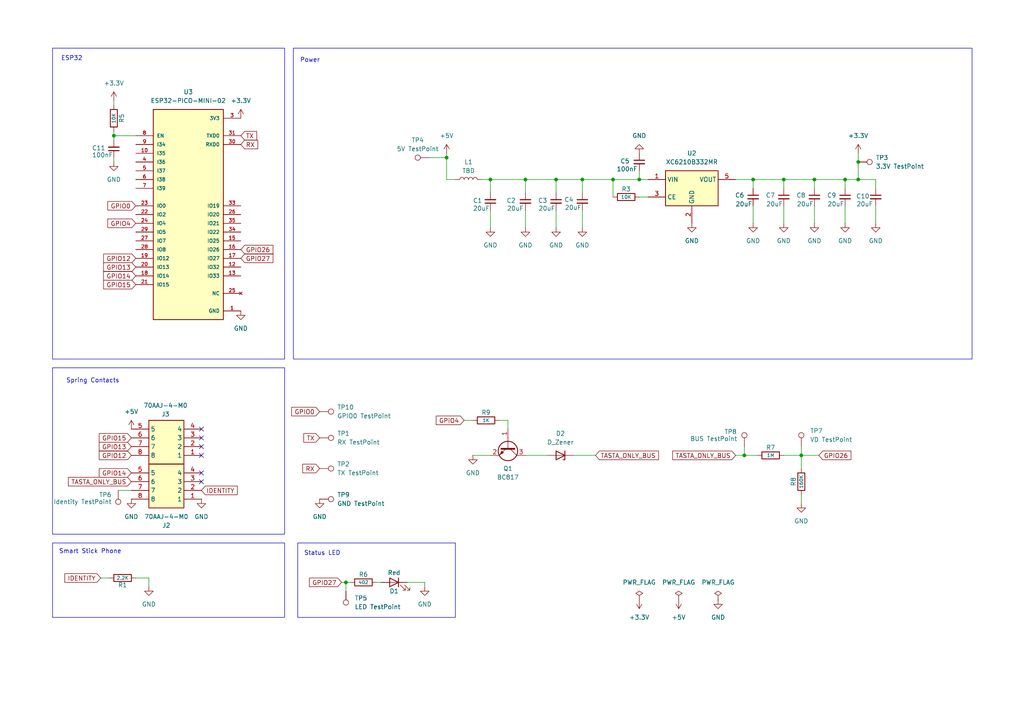
<source format=kicad_sch>
(kicad_sch (version 20250114) (generator "eeschema") (generator_version "9.0")
  (paper "A4")
  (lib_symbols
    (symbol "70AAJ:70AAJ-4-M0"
      (property "Reference" "J" (at 16.51 7.62 0))
      (property "Value" "70AAJ-4-M0" (at 16.51 5.08 0))
      (symbol "70AAJ-4-M0_1_1"
        (rectangle (start 5.08 2.54) (end 15.24 -10.16) (stroke (width 0.254)) (fill (type background)))
        (pin passive line (at 0 0 0) (length 5.08) (name "1") (number "1"))
        (pin passive line (at 0 -2.54 0) (length 5.08) (name "2") (number "2"))
        (pin passive line (at 0 -5.08 0) (length 5.08) (name "3") (number "3"))
        (pin passive line (at 0 -7.62 0) (length 5.08) (name "4") (number "4"))
        (pin passive line (at 20.32 0 180) (length 5.08) (name "8") (number "8"))
        (pin passive line (at 20.32 -2.54 180) (length 5.08) (name "7") (number "7"))
        (pin passive line (at 20.32 -5.08 180) (length 5.08) (name "6") (number "6"))
        (pin passive line (at 20.32 -7.62 180) (length 5.08) (name "5") (number "5"))
      )
    )
    (symbol "Connector:TestPoint" (pin_numbers (hide yes)) (pin_names (offset 0.762) (hide yes))
      (property "Reference" "TP" (at 0 6.858 0))
      (property "Value" "TestPoint" (at 0 5.08 0))
      (symbol "TestPoint_0_1"
        (circle (center 0 3.302) (radius 0.762))
      )
      (symbol "TestPoint_1_1"
        (pin passive line (at 0 0 90) (length 2.54) (name "1") (number "1"))
      )
    )
    (symbol "Device:C_Small" (pin_numbers (hide yes)) (pin_names (offset 0.254) (hide yes))
      (property "Reference" "C" (at 0.254 1.778 0))
      (property "Value" "C_Small" (at 0.254 -2.032 0))
      (symbol "C_Small_0_1"
        (polyline (pts (xy -1.524 0.508) (xy 1.524 0.508)) (stroke (width 0.3048)))
        (polyline (pts (xy -1.524 -0.508) (xy 1.524 -0.508)) (stroke (width 0.3302)))
      )
      (symbol "C_Small_1_1"
        (pin passive line (at 0 2.54 270) (length 2.032) (name "~") (number "1"))
        (pin passive line (at 0 -2.54 90) (length 2.032) (name "~") (number "2"))
      )
    )
    (symbol "Device:D_Zener" (pin_numbers (hide yes)) (pin_names (offset 1.016) (hide yes))
      (property "Reference" "D" (at 0 2.54 0))
      (property "Value" "D_Zener" (at 0 -2.54 0))
      (symbol "D_Zener_0_1"
        (polyline (pts (xy -1.27 -1.27) (xy -1.27 1.27) (xy -0.762 1.27)) (stroke (width 0.254)))
        (polyline (pts (xy 1.27 0) (xy -1.27 0)))
        (polyline (pts (xy 1.27 -1.27) (xy 1.27 1.27) (xy -1.27 0) (xy 1.27 -1.27)) (stroke (width 0.254)))
      )
      (symbol "D_Zener_1_1"
        (pin passive line (at -3.81 0 0) (length 2.54) (name "K") (number "1"))
        (pin passive line (at 3.81 0 180) (length 2.54) (name "A") (number "2"))
      )
    )
    (symbol "Device:L" (pin_numbers (hide yes)) (pin_names (offset 1.016) (hide yes))
      (property "Reference" "L" (at -1.27 0 90))
      (property "Value" "L" (at 1.905 0 90))
      (symbol "L_0_1"
        (arc (start 0 2.54) (mid 0.6323 1.905) (end 0 1.27))
        (arc (start 0 1.27) (mid 0.6323 0.635) (end 0 0))
        (arc (start 0 0) (mid 0.6323 -0.635) (end 0 -1.27))
        (arc (start 0 -1.27) (mid 0.6323 -1.905) (end 0 -2.54))
      )
      (symbol "L_1_1"
        (pin passive line (at 0 3.81 270) (length 1.27) (name "1") (number "1"))
        (pin passive line (at 0 -3.81 90) (length 1.27) (name "2") (number "2"))
      )
    )
    (symbol "Device:LED" (pin_numbers (hide yes)) (pin_names (offset 1.016) (hide yes))
      (property "Reference" "D" (at 0 2.54 0))
      (property "Value" "LED" (at 0 -2.54 0))
      (symbol "LED_0_1"
        (polyline (pts (xy -3.048 -0.762) (xy -4.572 -2.286) (xy -3.81 -2.286) (xy -4.572 -2.286) (xy -4.572 -1.524)))
        (polyline (pts (xy -1.778 -0.762) (xy -3.302 -2.286) (xy -2.54 -2.286) (xy -3.302 -2.286) (xy -3.302 -1.524)))
        (polyline (pts (xy -1.27 0) (xy 1.27 0)))
        (polyline (pts (xy -1.27 -1.27) (xy -1.27 1.27)) (stroke (width 0.254)))
        (polyline (pts (xy 1.27 -1.27) (xy 1.27 1.27) (xy -1.27 0) (xy 1.27 -1.27)) (stroke (width 0.254)))
      )
      (symbol "LED_1_1"
        (pin passive line (at -3.81 0 0) (length 2.54) (name "K") (number "1"))
        (pin passive line (at 3.81 0 180) (length 2.54) (name "A") (number "2"))
      )
    )
    (symbol "Device:R" (pin_numbers (hide yes)) (pin_names (offset 0))
      (property "Reference" "R" (at 2.032 0 90))
      (property "Value" "R" (at 0 0 90))
      (symbol "R_0_1"
        (rectangle (start -1.016 -2.54) (end 1.016 2.54) (stroke (width 0.254)))
      )
      (symbol "R_1_1"
        (pin passive line (at 0 3.81 270) (length 1.27) (name "~") (number "1"))
        (pin passive line (at 0 -3.81 90) (length 1.27) (name "~") (number "2"))
      )
    )
    (symbol "ESP32-PICO-MINI:ESP32-PICO-MINI-02" (pin_names (offset 1.016))
      (property "Reference" "U" (at -10.16 33.02 0))
      (property "Value" "ESP32-PICO-MINI-02" (at -10.16 -33.02 0))
      (symbol "ESP32-PICO-MINI-02_0_0"
        (rectangle (start -10.16 -30.48) (end 10.16 30.48) (stroke (width 0.254)) (fill (type background)))
        (pin input line (at -15.24 22.86 0) (length 5.08) (name "EN") (number "8"))
        (pin input line (at -15.24 20.32 0) (length 5.08) (name "I34") (number "9"))
        (pin input line (at -15.24 17.78 0) (length 5.08) (name "I35") (number "10"))
        (pin input line (at -15.24 15.24 0) (length 5.08) (name "I36") (number "4"))
        (pin input line (at -15.24 12.7 0) (length 5.08) (name "I37") (number "5"))
        (pin input line (at -15.24 10.16 0) (length 5.08) (name "I38") (number "6"))
        (pin input line (at -15.24 7.62 0) (length 5.08) (name "I39") (number "7"))
        (pin bidirectional line (at -15.24 2.54 0) (length 5.08) (name "IO0") (number "23"))
        (pin bidirectional line (at -15.24 0 0) (length 5.08) (name "IO2") (number "22"))
        (pin bidirectional line (at -15.24 -2.54 0) (length 5.08) (name "IO4") (number "24"))
        (pin bidirectional line (at -15.24 -5.08 0) (length 5.08) (name "IO5") (number "29"))
        (pin bidirectional line (at -15.24 -7.62 0) (length 5.08) (name "IO7") (number "27"))
        (pin bidirectional line (at -15.24 -10.16 0) (length 5.08) (name "IO8") (number "28"))
        (pin bidirectional line (at -15.24 -12.7 0) (length 5.08) (name "IO12") (number "19"))
        (pin bidirectional line (at -15.24 -15.24 0) (length 5.08) (name "IO13") (number "20"))
        (pin bidirectional line (at -15.24 -17.78 0) (length 5.08) (name "IO14") (number "18"))
        (pin bidirectional line (at -15.24 -20.32 0) (length 5.08) (name "IO15") (number "21"))
        (pin power_in line (at 15.24 27.94 180) (length 5.08) (name "3V3") (number "3"))
        (pin bidirectional line (at 15.24 22.86 180) (length 5.08) (name "TXD0") (number "31"))
        (pin bidirectional line (at 15.24 20.32 180) (length 5.08) (name "RXD0") (number "30"))
        (pin bidirectional line (at 15.24 2.54 180) (length 5.08) (name "IO19") (number "33"))
        (pin bidirectional line (at 15.24 0 180) (length 5.08) (name "IO20") (number "26"))
        (pin bidirectional line (at 15.24 -2.54 180) (length 5.08) (name "IO21") (number "35"))
        (pin bidirectional line (at 15.24 -5.08 180) (length 5.08) (name "IO22") (number "34"))
        (pin bidirectional line (at 15.24 -7.62 180) (length 5.08) (name "IO25") (number "15"))
        (pin bidirectional line (at 15.24 -10.16 180) (length 5.08) (name "IO26") (number "16"))
        (pin bidirectional line (at 15.24 -12.7 180) (length 5.08) (name "IO27") (number "17"))
        (pin bidirectional line (at 15.24 -15.24 180) (length 5.08) (name "IO32") (number "12"))
        (pin bidirectional line (at 15.24 -17.78 180) (length 5.08) (name "IO33") (number "13"))
        (pin no_connect line (at 15.24 -22.86 180) (length 5.08) (name "NC") (number "25"))
        (pin no_connect line (at 15.24 -22.86 180) (length 5.08) (hide yes) (name "NC") (number "32"))
        (pin power_in line (at 15.24 -27.94 180) (length 5.08) (name "GND") (number "1"))
        (pin power_in line (at 15.24 -27.94 180) (length 5.08) (hide yes) (name "GND") (number "11"))
        (pin power_in line (at 15.24 -27.94 180) (length 5.08) (hide yes) (name "GND") (number "14"))
        (pin power_in line (at 15.24 -27.94 180) (length 5.08) (hide yes) (name "GND") (number "2"))
        (pin power_in line (at 15.24 -27.94 180) (length 5.08) (hide yes) (name "GND") (number "36"))
        (pin power_in line (at 15.24 -27.94 180) (length 5.08) (hide yes) (name "GND") (number "37"))
        (pin power_in line (at 15.24 -27.94 180) (length 5.08) (hide yes) (name "GND") (number "38"))
        (pin power_in line (at 15.24 -27.94 180) (length 5.08) (hide yes) (name "GND") (number "39"))
        (pin power_in line (at 15.24 -27.94 180) (length 5.08) (hide yes) (name "GND") (number "40"))
        (pin power_in line (at 15.24 -27.94 180) (length 5.08) (hide yes) (name "GND") (number "41"))
        (pin power_in line (at 15.24 -27.94 180) (length 5.08) (hide yes) (name "GND") (number "42"))
        (pin power_in line (at 15.24 -27.94 180) (length 5.08) (hide yes) (name "GND") (number "43"))
        (pin power_in line (at 15.24 -27.94 180) (length 5.08) (hide yes) (name "GND") (number "44"))
        (pin power_in line (at 15.24 -27.94 180) (length 5.08) (hide yes) (name "GND") (number "45"))
        (pin power_in line (at 15.24 -27.94 180) (length 5.08) (hide yes) (name "GND") (number "46"))
        (pin power_in line (at 15.24 -27.94 180) (length 5.08) (hide yes) (name "GND") (number "47"))
        (pin power_in line (at 15.24 -27.94 180) (length 5.08) (hide yes) (name "GND") (number "48"))
        (pin power_in line (at 15.24 -27.94 180) (length 5.08) (hide yes) (name "GND") (number "49"))
        (pin power_in line (at 15.24 -27.94 180) (length 5.08) (hide yes) (name "GND") (number "50"))
        (pin power_in line (at 15.24 -27.94 180) (length 5.08) (hide yes) (name "GND") (number "51"))
        (pin power_in line (at 15.24 -27.94 180) (length 5.08) (hide yes) (name "GND") (number "52"))
        (pin power_in line (at 15.24 -27.94 180) (length 5.08) (hide yes) (name "GND") (number "53"))
        (pin power_in line (at 15.24 -27.94 180) (length 5.08) (hide yes) (name "GND") (number "54"))
        (pin power_in line (at 15.24 -27.94 180) (length 5.08) (hide yes) (name "GND") (number "55"))
        (pin power_in line (at 15.24 -27.94 180) (length 5.08) (hide yes) (name "GND") (number "56"))
        (pin power_in line (at 15.24 -27.94 180) (length 5.08) (hide yes) (name "GND") (number "57"))
        (pin power_in line (at 15.24 -27.94 180) (length 5.08) (hide yes) (name "GND") (number "58"))
        (pin power_in line (at 15.24 -27.94 180) (length 5.08) (hide yes) (name "GND") (number "59"))
        (pin power_in line (at 15.24 -27.94 180) (length 5.08) (hide yes) (name "GND") (number "60"))
        (pin power_in line (at 15.24 -27.94 180) (length 5.08) (hide yes) (name "GND") (number "61"))
      )
    )
    (symbol "Regulator_Linear:XC6210B332MR"
      (property "Reference" "U" (at 0 8.89 0))
      (property "Value" "XC6210B332MR" (at 0 6.35 0))
      (symbol "XC6210B332MR_0_1"
        (rectangle (start -7.62 5.08) (end 7.62 -5.08) (stroke (width 0.254)) (fill (type background)))
      )
      (symbol "XC6210B332MR_1_1"
        (pin power_in line (at -12.7 2.54 0) (length 5.08) (name "VIN") (number "1"))
        (pin input line (at -12.7 -2.54 0) (length 5.08) (name "CE") (number "3"))
        (pin power_in line (at 0 -10.16 90) (length 5.08) (name "GND") (number "2"))
        (pin no_connect line (at 7.62 -2.54 180) (length 5.08) (hide yes) (name "NC") (number "4"))
        (pin power_out line (at 12.7 2.54 180) (length 5.08) (name "VOUT") (number "5"))
      )
    )
    (symbol "Transistor_BJT:BC817" (pin_names (offset 0) (hide yes))
      (property "Reference" "Q" (at 5.08 1.905 0))
      (property "Value" "BC817" (at 5.08 0 0))
      (symbol "BC817_0_1"
        (polyline (pts (xy -2.54 0) (xy 0.635 0)))
        (polyline (pts (xy 0.635 1.905) (xy 0.635 -1.905)) (stroke (width 0.508)))
        (circle (center 1.27 0) (radius 2.8194) (stroke (width 0.254)))
      )
      (symbol "BC817_1_1"
        (polyline (pts (xy 0.635 0.635) (xy 2.54 2.54)))
        (polyline (pts (xy 0.635 -0.635) (xy 2.54 -2.54)))
        (polyline (pts (xy 1.27 -1.778) (xy 1.778 -1.27) (xy 2.286 -2.286) (xy 1.27 -1.778)) (fill (type outline)))
        (pin input line (at -5.08 0 0) (length 2.54) (name "B") (number "1"))
        (pin passive line (at 2.54 5.08 270) (length 2.54) (name "C") (number "3"))
        (pin passive line (at 2.54 -5.08 90) (length 2.54) (name "E") (number "2"))
      )
    )
    (symbol "power:+3.3V" (power) (pin_numbers (hide yes)) (pin_names (offset 0) (hide yes))
      (property "Value" "+3.3V" (at 0 3.556 0))
      (symbol "+3.3V_0_1"
        (polyline (pts (xy -0.762 1.27) (xy 0 2.54)))
        (polyline (pts (xy 0 2.54) (xy 0.762 1.27)))
        (polyline (pts (xy 0 0) (xy 0 2.54)))
      )
      (symbol "+3.3V_1_1"
        (pin power_in line (at 0 0 90) (length 0) (name "~") (number "1"))
      )
    )
    (symbol "power:+5V" (power) (pin_numbers (hide yes)) (pin_names (offset 0) (hide yes))
      (property "Value" "+5V" (at 0 3.556 0))
      (symbol "+5V_0_1"
        (polyline (pts (xy -0.762 1.27) (xy 0 2.54)))
        (polyline (pts (xy 0 2.54) (xy 0.762 1.27)))
        (polyline (pts (xy 0 0) (xy 0 2.54)))
      )
      (symbol "+5V_1_1"
        (pin power_in line (at 0 0 90) (length 0) (name "~") (number "1"))
      )
    )
    (symbol "power:GND" (power) (pin_numbers (hide yes)) (pin_names (offset 0) (hide yes))
      (property "Value" "GND" (at 0 -3.81 0))
      (symbol "GND_0_1"
        (polyline (pts (xy 0 0) (xy 0 -1.27) (xy 1.27 -1.27) (xy 0 -2.54) (xy -1.27 -1.27) (xy 0 -1.27)))
      )
      (symbol "GND_1_1"
        (pin power_in line (at 0 0 270) (length 0) (name "~") (number "1"))
      )
    )
    (symbol "power:PWR_FLAG" (power) (pin_numbers (hide yes)) (pin_names (offset 0) (hide yes))
      (property "Value" "PWR_FLAG" (at 0 3.81 0))
      (symbol "PWR_FLAG_0_0"
        (pin power_out line (at 0 0 90) (length 0) (name "~") (number "1"))
      )
      (symbol "PWR_FLAG_0_1"
        (polyline (pts (xy 0 0) (xy 0 1.27) (xy -1.016 1.905) (xy 0 2.54) (xy 1.016 1.905) (xy 0 1.27)))
      )
    )
  )
  (rectangle (start 15.24 13.97) (end 82.55 104.14))
  (rectangle (start 15.24 157.48) (end 82.55 179.07))
  (rectangle (start 85.09 13.97) (end 281.94 104.14))
  (rectangle (start 15.24 106.68) (end 82.55 154.94))
  (rectangle (start 86.36 157.48) (end 132.08 179.07))
  (text "Spring Contacts" (at 26.924 110.49 0) (effects (font (size 1.27 1.27))))
  (text "ESP32" (at 20.828 17.018 0) (effects (font (size 1.27 1.27))))
  (text "Smart Stick Phone" (at 26.162 160.02 0) (effects (font (size 1.27 1.27))))
  (text "Status LED" (at 93.472 160.528 0) (effects (font (size 1.27 1.27))))
  (text "Power" (at 89.916 17.526 0) (effects (font (size 1.27 1.27))))
  (junction (at 142.24 52.07))
  (junction (at 161.29 52.07))
  (junction (at 245.11 52.07))
  (junction (at 248.92 46.99))
  (junction (at 177.8 52.07))
  (junction (at 236.22 52.07))
  (junction (at 168.91 52.07))
  (junction (at 218.44 52.07))
  (junction (at 215.9 132.08))
  (junction (at 152.4 52.07))
  (junction (at 100.33 168.91))
  (junction (at 129.54 45.72))
  (junction (at 33.02 39.37))
  (junction (at 227.33 52.07))
  (junction (at 248.92 52.07))
  (junction (at 185.42 52.07))
  (junction (at 232.41 132.08))
  (no_connect (at 58.42 124.46))
  (no_connect (at 58.42 129.54))
  (no_connect (at 58.42 137.16))
  (no_connect (at 58.42 127))
  (no_connect (at 58.42 139.7))
  (no_connect (at 58.42 132.08))
  (wire (pts (xy 168.91 66.04) (xy 168.91 60.96)))
  (wire (pts (xy 152.4 52.07) (xy 161.29 52.07)))
  (wire (pts (xy 245.11 52.07) (xy 236.22 52.07)))
  (wire (pts (xy 227.33 52.07) (xy 218.44 52.07)))
  (wire (pts (xy 236.22 52.07) (xy 227.33 52.07)))
  (wire (pts (xy 33.02 46.99) (xy 33.02 45.72)))
  (wire (pts (xy 218.44 54.61) (xy 218.44 52.07)))
  (wire (pts (xy 177.8 52.07) (xy 185.42 52.07)))
  (wire (pts (xy 245.11 52.07) (xy 248.92 52.07)))
  (wire (pts (xy 152.4 52.07) (xy 152.4 55.88)))
  (wire (pts (xy 227.33 59.69) (xy 227.33 64.77)))
  (wire (pts (xy 254 52.07) (xy 248.92 52.07)))
  (wire (pts (xy 185.42 52.07) (xy 187.96 52.07)))
  (wire (pts (xy 232.41 132.08) (xy 237.49 132.08)))
  (wire (pts (xy 227.33 132.08) (xy 232.41 132.08)))
  (wire (pts (xy 236.22 59.69) (xy 236.22 64.77)))
  (wire (pts (xy 254 59.69) (xy 254 64.77)))
  (wire (pts (xy 218.44 52.07) (xy 213.36 52.07)))
  (wire (pts (xy 142.24 52.07) (xy 142.24 55.88)))
  (wire (pts (xy 177.8 52.07) (xy 177.8 57.15)))
  (wire (pts (xy 29.21 167.64) (xy 31.75 167.64)))
  (wire (pts (xy 129.54 52.07) (xy 132.08 52.07)))
  (wire (pts (xy 147.32 121.92) (xy 147.32 124.46)))
  (wire (pts (xy 33.02 39.37) (xy 39.37 39.37)))
  (wire (pts (xy 33.02 29.21) (xy 33.02 30.48)))
  (wire (pts (xy 218.44 64.77) (xy 218.44 59.69)))
  (wire (pts (xy 166.37 132.08) (xy 172.72 132.08)))
  (wire (pts (xy 168.91 55.88) (xy 168.91 52.07)))
  (wire (pts (xy 33.02 38.1) (xy 33.02 39.37)))
  (wire (pts (xy 100.33 168.91) (xy 101.6 168.91)))
  (wire (pts (xy 123.19 168.91) (xy 118.11 168.91)))
  (wire (pts (xy 161.29 66.04) (xy 161.29 60.96)))
  (wire (pts (xy 142.24 66.04) (xy 142.24 60.96)))
  (wire (pts (xy 33.02 40.64) (xy 33.02 39.37)))
  (wire (pts (xy 137.16 132.08) (xy 142.24 132.08)))
  (wire (pts (xy 142.24 52.07) (xy 152.4 52.07)))
  (wire (pts (xy 227.33 54.61) (xy 227.33 52.07)))
  (wire (pts (xy 248.92 46.99) (xy 248.92 52.07)))
  (wire (pts (xy 248.92 44.45) (xy 248.92 46.99)))
  (wire (pts (xy 254 54.61) (xy 254 52.07)))
  (wire (pts (xy 129.54 45.72) (xy 129.54 52.07)))
  (wire (pts (xy 215.9 129.54) (xy 215.9 132.08)))
  (wire (pts (xy 129.54 44.45) (xy 129.54 45.72)))
  (wire (pts (xy 215.9 132.08) (xy 219.71 132.08)))
  (wire (pts (xy 245.11 54.61) (xy 245.11 52.07)))
  (wire (pts (xy 124.46 45.72) (xy 129.54 45.72)))
  (wire (pts (xy 236.22 54.61) (xy 236.22 52.07)))
  (wire (pts (xy 109.22 168.91) (xy 110.49 168.91)))
  (wire (pts (xy 232.41 132.08) (xy 232.41 135.89)))
  (wire (pts (xy 43.18 167.64) (xy 39.37 167.64)))
  (wire (pts (xy 161.29 55.88) (xy 161.29 52.07)))
  (wire (pts (xy 99.06 168.91) (xy 100.33 168.91)))
  (wire (pts (xy 34.29 142.24) (xy 38.1 142.24)))
  (wire (pts (xy 134.62 121.92) (xy 137.16 121.92)))
  (wire (pts (xy 185.42 49.53) (xy 185.42 52.07)))
  (wire (pts (xy 43.18 170.18) (xy 43.18 167.64)))
  (wire (pts (xy 152.4 66.04) (xy 152.4 60.96)))
  (wire (pts (xy 168.91 52.07) (xy 177.8 52.07)))
  (wire (pts (xy 185.42 57.15) (xy 187.96 57.15)))
  (wire (pts (xy 232.41 146.05) (xy 232.41 143.51)))
  (wire (pts (xy 100.33 171.45) (xy 100.33 168.91)))
  (wire (pts (xy 142.24 52.07) (xy 139.7 52.07)))
  (wire (pts (xy 161.29 52.07) (xy 168.91 52.07)))
  (wire (pts (xy 213.36 132.08) (xy 215.9 132.08)))
  (wire (pts (xy 144.78 121.92) (xy 147.32 121.92)))
  (wire (pts (xy 245.11 59.69) (xy 245.11 64.77)))
  (wire (pts (xy 232.41 129.54) (xy 232.41 132.08)))
  (wire (pts (xy 152.4 132.08) (xy 158.75 132.08)))
  (wire (pts (xy 123.19 170.18) (xy 123.19 168.91)))
  (global_label "GPIO14" (shape input) (at 38.1 137.16 180) (property "Intersheetrefs" "${INTERSHEET_REFS}" (effects (hide yes))))
  (global_label "TASTA_ONLY_BUS" (shape input) (at 38.1 139.7 180) (property "Intersheetrefs" "${INTERSHEET_REFS}" (effects (hide yes))))
  (global_label "GPIO15" (shape input) (at 38.1 127 180) (property "Intersheetrefs" "${INTERSHEET_REFS}" (effects (hide yes))))
  (global_label "RX" (shape input) (at 92.71 135.89 180) (property "Intersheetrefs" "${INTERSHEET_REFS}" (effects (hide yes))))
  (global_label "TASTA_ONLY_BUS" (shape input) (at 213.36 132.08 180) (property "Intersheetrefs" "${INTERSHEET_REFS}" (effects (hide yes))))
  (global_label "GPIO13" (shape input) (at 38.1 129.54 180) (property "Intersheetrefs" "${INTERSHEET_REFS}" (effects (hide yes))))
  (global_label "IDENTITY" (shape input) (at 58.42 142.24 0) (property "Intersheetrefs" "${INTERSHEET_REFS}" (effects (hide yes))))
  (global_label "GPIO4" (shape input) (at 134.62 121.92 180) (property "Intersheetrefs" "${INTERSHEET_REFS}" (effects (hide yes))))
  (global_label "IDENTITY" (shape input) (at 29.21 167.64 180) (property "Intersheetrefs" "${INTERSHEET_REFS}" (effects (hide yes))))
  (global_label "GPIO27" (shape input) (at 99.06 168.91 180) (property "Intersheetrefs" "${INTERSHEET_REFS}" (effects (hide yes))))
  (global_label "GPIO12" (shape input) (at 39.37 74.93 180) (property "Intersheetrefs" "${INTERSHEET_REFS}" (effects (hide yes))))
  (global_label "TASTA_ONLY_BUS" (shape input) (at 172.72 132.08 0) (property "Intersheetrefs" "${INTERSHEET_REFS}" (effects (hide yes))))
  (global_label "GPIO13" (shape input) (at 39.37 77.47 180) (property "Intersheetrefs" "${INTERSHEET_REFS}" (effects (hide yes))))
  (global_label "TX" (shape input) (at 92.71 127 180) (property "Intersheetrefs" "${INTERSHEET_REFS}" (effects (hide yes))))
  (global_label "RX" (shape input) (at 69.85 41.91 0) (property "Intersheetrefs" "${INTERSHEET_REFS}" (effects (hide yes))))
  (global_label "GPIO12" (shape input) (at 38.1 132.08 180) (property "Intersheetrefs" "${INTERSHEET_REFS}" (effects (hide yes))))
  (global_label "GPIO26" (shape input) (at 237.49 132.08 0) (property "Intersheetrefs" "${INTERSHEET_REFS}" (effects (hide yes))))
  (global_label "TX" (shape input) (at 69.85 39.37 0) (property "Intersheetrefs" "${INTERSHEET_REFS}" (effects (hide yes))))
  (global_label "GPIO27" (shape input) (at 69.85 74.93 0) (property "Intersheetrefs" "${INTERSHEET_REFS}" (effects (hide yes))))
  (global_label "GPIO15" (shape input) (at 39.37 82.55 180) (property "Intersheetrefs" "${INTERSHEET_REFS}" (effects (hide yes))))
  (global_label "GPIO0" (shape input) (at 39.37 59.69 180) (property "Intersheetrefs" "${INTERSHEET_REFS}" (effects (hide yes))))
  (global_label "GPIO0" (shape input) (at 92.71 119.38 180) (property "Intersheetrefs" "${INTERSHEET_REFS}" (effects (hide yes))))
  (global_label "GPIO26" (shape input) (at 69.85 72.39 0) (property "Intersheetrefs" "${INTERSHEET_REFS}" (effects (hide yes))))
  (global_label "GPIO14" (shape input) (at 39.37 80.01 180) (property "Intersheetrefs" "${INTERSHEET_REFS}" (effects (hide yes))))
  (global_label "GPIO4" (shape input) (at 39.37 64.77 180) (property "Intersheetrefs" "${INTERSHEET_REFS}" (effects (hide yes))))
  (symbol (lib_id "Device:C_Small") (at 33.02 43.18 180) (unit 1)
    (property "Reference" "C11" (at 26.67 42.926 0) (effects (justify right)))
    (property "Value" "100nF" (at 26.67 44.958 0) (effects (justify right)))
    (property "Footprint" "Capacitor_SMD:C_0402_1005Metric" (effects (hide yes)))
    (property "Description" "100nF 16V X7R ±10% 0402 Multilayer Ceramic Capacitors MLCC - SMD/SMT ROHS" (effects (hide yes)))
    (property "LCSC" "C1525" (effects (hide yes)))
  )
  (symbol (lib_id "power:GND") (at 123.19 170.18 0) (unit 1)
    (property "Reference" "#PWR07" (effects (hide yes)))
    (property "Value" "GND" (at 123.19 175.26 0))
    (property "Description" "Power symbol creates a global label with name \"GND\" , ground" (effects (hide yes)))
  )
  (symbol (lib_id "Device:C_Small") (at 161.29 58.42 0) (unit 1)
    (property "Reference" "C3" (at 158.75 58.166 0) (effects (justify right)))
    (property "Value" "20uF" (at 161.036 60.452 0) (effects (justify right)))
    (property "Footprint" "Capacitor_SMD:C_0603_1608Metric" (effects (hide yes)))
    (property "Description" "Unpolarized capacitor, small symbol" (effects (hide yes)))
    (property "LCSC" "C59461" (effects (hide yes)))
  )
  (symbol (lib_id "power:GND") (at 218.44 64.77 0) (unit 1)
    (property "Reference" "#PWR018" (effects (hide yes)))
    (property "Value" "GND" (at 218.44 69.85 0))
    (property "Description" "Power symbol creates a global label with name \"GND\" , ground" (effects (hide yes)))
  )
  (symbol (lib_id "power:GND") (at 152.4 66.04 0) (unit 1)
    (property "Reference" "#PWR013" (effects (hide yes)))
    (property "Value" "GND" (at 152.4 71.12 0))
    (property "Description" "Power symbol creates a global label with name \"GND\" , ground" (effects (hide yes)))
  )
  (symbol (lib_id "Connector:TestPoint") (at 34.29 142.24 180) (unit 1) (in_bom no)
    (property "Reference" "TP6" (at 28.702 143.51 0) (effects (justify right)))
    (property "Value" "Identity TestPoint" (at 15.494 145.542 0) (effects (justify right)))
    (property "Footprint" "TestPoint:TestPoint_Pad_D1.0mm" (effects (hide yes)))
    (property "Description" "test point" (effects (hide yes)))
  )
  (symbol (lib_id "power:+5V") (at 129.54 44.45 0) (unit 1)
    (property "Reference" "#PWR011" (effects (hide yes)))
    (property "Value" "+5V" (at 129.54 39.37 0))
    (property "Description" "Power symbol creates a global label with name \"+5V\"" (effects (hide yes)))
  )
  (symbol (lib_id "power:GND") (at 137.16 132.08 0) (unit 1)
    (property "Reference" "#PWR027" (effects (hide yes)))
    (property "Value" "GND" (at 137.16 137.16 0))
    (property "Description" "Power symbol creates a global label with name \"GND\" , ground" (effects (hide yes)))
  )
  (symbol (lib_id "Device:R") (at 33.02 34.29 0) (unit 1)
    (property "Reference" "R5" (at 35.306 34.29 90))
    (property "Value" "10K" (at 33.02 34.29 90) (effects (font (size 1 1))))
    (property "Footprint" "Resistor_SMD:R_0402_1005Metric" (effects (hide yes)))
    (property "Description" "-55℃~+155℃ 10kΩ 50V 62.5mW Thick Film Resistor ±1% ±100ppm/℃ 0402 Chip Resistor - Surface Mount ROHS" (effects (hide yes)))
    (property "LCSC" "C25744" (effects (hide yes)))
  )
  (symbol (lib_id "Device:D_Zener") (at 162.56 132.08 180) (unit 1)
    (property "Reference" "D2" (at 162.56 125.73 0))
    (property "Value" "D_Zener" (at 162.56 128.27 0))
    (property "Footprint" "Diode_SMD:D_1206_3216Metric" (effects (hide yes)))
    (property "Description" "Zener diode" (effects (hide yes)))
  )
  (symbol (lib_id "Device:C_Small") (at 218.44 57.15 0) (unit 1)
    (property "Reference" "C6" (at 215.9 56.642 0) (effects (justify right)))
    (property "Value" "20uF" (at 218.186 59.182 0) (effects (justify right)))
    (property "Footprint" "Capacitor_SMD:C_0603_1608Metric" (effects (hide yes)))
    (property "Description" "Unpolarized capacitor, small symbol" (effects (hide yes)))
    (property "LCSC" "C59461" (effects (hide yes)))
  )
  (symbol (lib_id "Device:R") (at 105.41 168.91 270) (mirror x) (unit 1)
    (property "Reference" "R6" (at 105.41 166.624 90))
    (property "Value" "402" (at 105.41 168.91 90) (effects (font (size 1 1))))
    (property "Footprint" "Resistor_SMD:R_0402_1005Metric" (effects (hide yes)))
    (property "Description" "-55℃~+155℃ 402Ω 50V 62.5mW Thick Film Resistor ±1% ±100ppm/℃ 0402 Chip Resistor - Surface Mount ROHS" (effects (hide yes)))
    (property "LCSC" "C41042" (effects (hide yes)))
  )
  (symbol (lib_id "power:PWR_FLAG") (at 196.85 173.99 0) (unit 1)
    (property "Reference" "#FLG02" (effects (hide yes)))
    (property "Value" "PWR_FLAG" (at 196.85 168.91 0))
    (property "Description" "Special symbol for telling ERC where power comes from" (effects (hide yes)))
  )
  (symbol (lib_id "power:GND") (at 92.71 144.78 0) (unit 1)
    (property "Reference" "#PWR04" (effects (hide yes)))
    (property "Value" "GND" (at 92.71 149.86 0))
    (property "Description" "Power symbol creates a global label with name \"GND\" , ground" (effects (hide yes)))
  )
  (symbol (lib_id "Connector:TestPoint") (at 124.46 45.72 90) (unit 1) (in_bom no)
    (property "Reference" "TP4" (at 121.158 40.64 90))
    (property "Value" "5V TestPoint" (at 121.158 43.18 90))
    (property "Footprint" "TestPoint:TestPoint_Pad_D1.0mm" (effects (hide yes)))
    (property "Description" "test point" (effects (hide yes)))
  )
  (symbol (lib_id "power:+3.3V") (at 69.85 34.29 0) (unit 1)
    (property "Reference" "#PWR029" (effects (hide yes)))
    (property "Value" "+3.3V" (at 69.85 29.21 0))
    (property "Description" "Power symbol creates a global label with name \"+3.3V\"" (effects (hide yes)))
  )
  (symbol (lib_id "ESP32-PICO-MINI:ESP32-PICO-MINI-02") (at 54.61 62.23 0) (unit 1)
    (property "Reference" "U3" (at 54.61 26.67 0))
    (property "Value" "ESP32-PICO-MINI-02" (at 54.61 29.21 0))
    (property "Footprint" "footprints:MODULE_ESP32-PICO-MINI-02" (effects (hide yes)))
    (property "MF" "Espressif Systems" (effects (hide yes)))
    (property "MAXIMUM_PACKAGE_HEIGHT" "2.55mm" (effects (hide yes)))
    (property "Package" "None" (effects (hide yes)))
    (property "Price" "None" (effects (hide yes)))
    (property "Check_prices" "https://www.snapeda.com/parts/ESP32-PICO-MINI-02/Espressif+Systems/view-part/?ref=eda" (effects (hide yes)))
    (property "STANDARD" "Manufacturer Recommendations" (effects (hide yes)))
    (property "PARTREV" "v1.0" (effects (hide yes)))
    (property "SnapEDA_Link" "https://www.snapeda.com/parts/ESP32-PICO-MINI-02/Espressif+Systems/view-part/?ref=snap" (effects (hide yes)))
    (property "MP" "ESP32-PICO-MINI-02" (effects (hide yes)))
    (property "Purchase-URL" "https://www.snapeda.com/api/url_track_click_mouser/?unipart_id=5381045&manufacturer=Espressif Systems&part_name=ESP32-PICO-MINI-02&search_term=None" (effects (hide yes)))
    (property "Description_1" "Bluetooth, WiFi 802.11b/g/n, Bluetooth v4.2 +EDR, Class 1, 2 and 3 Transceiver Module 2.412GHz ~ 2.484GHz PCB Trace Chassis Mount" (effects (hide yes)))
    (property "Availability" "In Stock" (effects (hide yes)))
    (property "MANUFACTURER" "Espressif" (effects (hide yes)))
    (property "LCSC" "C2980306" (effects (hide yes)))
  )
  (symbol (lib_id "Connector:TestPoint") (at 248.92 46.99 270) (unit 1) (in_bom no)
    (property "Reference" "TP3" (at 254 45.7199 90) (effects (justify left)))
    (property "Value" "3.3V TestPoint" (at 254 48.2599 90) (effects (justify left)))
    (property "Footprint" "TestPoint:TestPoint_Pad_D1.0mm" (effects (hide yes)))
    (property "Description" "test point" (effects (hide yes)))
  )
  (symbol (lib_id "Connector:TestPoint") (at 92.71 144.78 270) (unit 1) (in_bom no)
    (property "Reference" "TP9" (at 97.79 143.5099 90) (effects (justify left)))
    (property "Value" "GND TestPoint" (at 97.79 146.0499 90) (effects (justify left)))
    (property "Footprint" "TestPoint:TestPoint_Pad_D1.0mm" (effects (hide yes)))
    (property "Description" "test point" (effects (hide yes)))
  )
  (symbol (lib_id "Device:R") (at 223.52 132.08 90) (unit 1)
    (property "Reference" "R7" (at 223.52 129.794 90))
    (property "Value" "1M" (at 223.52 132.08 90) (effects (font (size 1 1))))
    (property "Footprint" "Resistor_SMD:R_0603_1608Metric" (effects (hide yes)))
    (property "Description" "-55℃~+155℃ 100mW 1MΩ 75V Thick Film Resistor ±1% ±100ppm/℃ 0603 Chip Resistor - Surface Mount ROHS" (effects (hide yes)))
    (property "LCSC" "C22935" (effects (hide yes)))
  )
  (symbol (lib_id "70AAJ:70AAJ-4-M0") (at 58.42 144.78 180) (unit 1)
    (property "Reference" "J2" (at 48.26 152.4 0))
    (property "Value" "70AAJ-4-M0" (at 48.26 149.86 0))
    (property "Footprint" "footprints:70AAJ4M0" (effects (hide yes)))
    (property "Datasheet" "https://datasheet.datasheetarchive.com/originals/distributors/SFDatasheet-6/sf-000139999.pdf" (effects (hide yes)))
    (property "Description" "Bourns Male 4 Way Modular Contact, Surface Mount, 3A, 60 V" (effects (hide yes)))
    (property "Height" "3.81" (effects (hide yes)))
    (property "Manufacturer_Name" "Bourns" (effects (hide yes)))
    (property "Manufacturer_Part_Number" "70AAJ-4-M0" (effects (hide yes)))
    (property "Mouser Part Number" "652-70AAJ-4-M0" (effects (hide yes)))
    (property "Mouser Price/Stock" "https://www.mouser.co.uk/ProductDetail/Bourns/70AAJ-4-M0?qs=LnmZFZ9erVyRpi98cpU35g%3D%3D" (effects (hide yes)))
    (property "Arrow Part Number" "70AAJ-4-M0" (effects (hide yes)))
    (property "Arrow Price/Stock" "https://www.arrow.com/en/products/70aaj-4-m0/bourns?utm_currency=USD&region=nac" (effects (hide yes)))
    (property "LCSC" "C22402501" (effects (hide yes)))
  )
  (symbol (lib_id "power:PWR_FLAG") (at 208.28 173.99 0) (unit 1)
    (property "Reference" "#FLG01" (effects (hide yes)))
    (property "Value" "PWR_FLAG" (at 208.28 168.91 0))
    (property "Description" "Special symbol for telling ERC where power comes from" (effects (hide yes)))
  )
  (symbol (lib_id "power:GND") (at 185.42 44.45 180) (unit 1)
    (property "Reference" "#PWR023" (effects (hide yes)))
    (property "Value" "GND" (at 185.42 39.37 0))
    (property "Description" "Power symbol creates a global label with name \"GND\" , ground" (effects (hide yes)))
  )
  (symbol (lib_id "power:PWR_FLAG") (at 185.42 173.99 0) (unit 1)
    (property "Reference" "#FLG03" (effects (hide yes)))
    (property "Value" "PWR_FLAG" (at 185.42 168.91 0))
    (property "Description" "Special symbol for telling ERC where power comes from" (effects (hide yes)))
  )
  (symbol (lib_id "power:GND") (at 161.29 66.04 0) (unit 1)
    (property "Reference" "#PWR014" (effects (hide yes)))
    (property "Value" "GND" (at 161.29 71.12 0))
    (property "Description" "Power symbol creates a global label with name \"GND\" , ground" (effects (hide yes)))
  )
  (symbol (lib_id "power:+5V") (at 38.1 124.46 0) (unit 1)
    (property "Reference" "#PWR05" (effects (hide yes)))
    (property "Value" "+5V" (at 38.1 119.38 0))
    (property "Description" "Power symbol creates a global label with name \"+5V\"" (effects (hide yes)))
  )
  (symbol (lib_id "Device:R") (at 35.56 167.64 270) (unit 1)
    (property "Reference" "R1" (at 35.56 169.672 90))
    (property "Value" "2.2K" (at 35.56 167.64 90) (effects (font (size 1 1))))
    (property "Footprint" "Resistor_SMD:R_0402_1005Metric" (effects (hide yes)))
    (property "Description" "-55℃~+155℃ 2.2kΩ 50V 62.5mW Thick Film Resistor ±1% ±100ppm/℃ 0402 Chip Resistor - Surface Mount ROHS" (effects (hide yes)))
    (property "LCSC" "C25879" (effects (hide yes)))
  )
  (symbol (lib_id "power:+5V") (at 196.85 173.99 180) (unit 1)
    (property "Reference" "#PWR08" (effects (hide yes)))
    (property "Value" "+5V" (at 196.85 179.07 0))
    (property "Description" "Power symbol creates a global label with name \"+5V\"" (effects (hide yes)))
  )
  (symbol (lib_id "Device:R") (at 140.97 121.92 90) (unit 1)
    (property "Reference" "R9" (at 140.97 119.634 90))
    (property "Value" "1K" (at 140.97 121.92 90) (effects (font (size 1 1))))
    (property "Footprint" "Resistor_SMD:R_0402_1005Metric" (effects (hide yes)))
    (property "Description" "-55℃~+155℃ 1kΩ 50V 62.5mW Thick Film Resistor ±1% ±100ppm/℃ 0402 Chip Resistor - Surface Mount ROHS" (effects (hide yes)))
    (property "LCSC" "C11702" (effects (hide yes)))
  )
  (symbol (lib_id "power:GND") (at 232.41 146.05 0) (unit 1)
    (property "Reference" "#PWR026" (effects (hide yes)))
    (property "Value" "GND" (at 232.41 151.13 0))
    (property "Description" "Power symbol creates a global label with name \"GND\" , ground" (effects (hide yes)))
  )
  (symbol (lib_id "Connector:TestPoint") (at 92.71 119.38 270) (unit 1) (in_bom no)
    (property "Reference" "TP10" (at 97.79 118.1099 90) (effects (justify left)))
    (property "Value" "GPIO0 TestPoint" (at 97.79 120.6499 90) (effects (justify left)))
    (property "Footprint" "TestPoint:TestPoint_Pad_D1.0mm" (effects (hide yes)))
    (property "Description" "test point" (effects (hide yes)))
  )
  (symbol (lib_id "power:GND") (at 245.11 64.77 0) (unit 1)
    (property "Reference" "#PWR021" (effects (hide yes)))
    (property "Value" "GND" (at 245.11 69.85 0))
    (property "Description" "Power symbol creates a global label with name \"GND\" , ground" (effects (hide yes)))
  )
  (symbol (lib_id "power:GND") (at 236.22 64.77 0) (unit 1)
    (property "Reference" "#PWR020" (effects (hide yes)))
    (property "Value" "GND" (at 236.22 69.85 0))
    (property "Description" "Power symbol creates a global label with name \"GND\" , ground" (effects (hide yes)))
  )
  (symbol (lib_id "Device:LED") (at 114.3 168.91 0) (mirror y) (unit 1)
    (property "Reference" "D1" (at 114.3 171.45 0))
    (property "Value" "Red" (at 114.3 166.116 0))
    (property "Footprint" "LED_SMD:LED_0402_1005Metric" (effects (hide yes)))
    (property "Description" "25mA 无色透明透镜 -30℃~+85℃ Positive post 617nm~621nm Red 120° 55mW 0603  Light Emitting Diodes (LED) ROHS" (effects (hide yes)))
    (property "Sim.Device" "D" (effects (hide yes)))
    (property "Sim.Pins" "1=K 2=A" (effects (hide yes)))
    (property "LCSC" "C965799" (effects (hide yes)))
  )
  (symbol (lib_id "Device:R") (at 181.61 57.15 90) (unit 1)
    (property "Reference" "R3" (at 181.61 54.864 90))
    (property "Value" "10K" (at 181.61 57.15 90) (effects (font (size 1 1))))
    (property "Footprint" "Resistor_SMD:R_0402_1005Metric" (effects (hide yes)))
    (property "Description" "-55℃~+155℃ 10kΩ 50V 62.5mW Thick Film Resistor ±1% ±100ppm/℃ 0402 Chip Resistor - Surface Mount ROHS" (effects (hide yes)))
    (property "LCSC" "C25744" (effects (hide yes)))
  )
  (symbol (lib_id "Connector:TestPoint") (at 92.71 135.89 270) (unit 1) (in_bom no)
    (property "Reference" "TP2" (at 97.79 134.6199 90) (effects (justify left)))
    (property "Value" "TX TestPoint" (at 97.79 137.1599 90) (effects (justify left)))
    (property "Footprint" "TestPoint:TestPoint_Pad_D1.0mm" (effects (hide yes)))
    (property "Description" "test point" (effects (hide yes)))
  )
  (symbol (lib_id "Device:C_Small") (at 142.24 58.42 180) (unit 1)
    (property "Reference" "C1" (at 137.16 58.166 0) (effects (justify right)))
    (property "Value" "20uF" (at 137.16 60.4455 0) (effects (justify right)))
    (property "Footprint" "Capacitor_SMD:C_0603_1608Metric" (effects (hide yes)))
    (property "Description" "Unpolarized capacitor, small symbol" (effects (hide yes)))
    (property "LCSC" "C59461" (effects (hide yes)))
  )
  (symbol (lib_id "power:GND") (at 142.24 66.04 0) (unit 1)
    (property "Reference" "#PWR012" (effects (hide yes)))
    (property "Value" "GND" (at 142.24 71.12 0))
    (property "Description" "Power symbol creates a global label with name \"GND\" , ground" (effects (hide yes)))
  )
  (symbol (lib_id "Device:C_Small") (at 227.33 57.15 0) (unit 1)
    (property "Reference" "C7" (at 224.79 56.642 0) (effects (justify right)))
    (property "Value" "20uF" (at 227.076 59.182 0) (effects (justify right)))
    (property "Footprint" "Capacitor_SMD:C_0603_1608Metric" (effects (hide yes)))
    (property "Description" "Unpolarized capacitor, small symbol" (effects (hide yes)))
    (property "LCSC" "C59461" (effects (hide yes)))
  )
  (symbol (lib_id "power:GND") (at 254 64.77 0) (unit 1)
    (property "Reference" "#PWR022" (effects (hide yes)))
    (property "Value" "GND" (at 254 69.85 0))
    (property "Description" "Power symbol creates a global label with name \"GND\" , ground" (effects (hide yes)))
  )
  (symbol (lib_id "Connector:TestPoint") (at 215.9 129.54 0) (unit 1) (in_bom no)
    (property "Reference" "TP8" (at 210.058 125.222 0) (effects (justify left)))
    (property "Value" "BUS TestPoint" (at 200.152 127.254 0) (effects (justify left)))
    (property "Footprint" "TestPoint:TestPoint_Pad_D1.0mm" (effects (hide yes)))
    (property "Description" "test point" (effects (hide yes)))
  )
  (symbol (lib_id "Device:C_Small") (at 152.4 58.42 0) (unit 1)
    (property "Reference" "C2" (at 149.606 58.166 0) (effects (justify right)))
    (property "Value" "20uF" (at 151.892 60.452 0) (effects (justify right)))
    (property "Footprint" "Capacitor_SMD:C_0603_1608Metric" (effects (hide yes)))
    (property "Description" "Unpolarized capacitor, small symbol" (effects (hide yes)))
    (property "LCSC" "C59461" (effects (hide yes)))
  )
  (symbol (lib_id "power:GND") (at 43.18 170.18 0) (unit 1)
    (property "Reference" "#PWR010" (effects (hide yes)))
    (property "Value" "GND" (at 43.18 175.26 0))
    (property "Description" "Power symbol creates a global label with name \"GND\" , ground" (effects (hide yes)))
  )
  (symbol (lib_id "power:GND") (at 69.85 90.17 0) (unit 1)
    (property "Reference" "#PWR02" (effects (hide yes)))
    (property "Value" "GND" (at 69.85 95.25 0))
    (property "Description" "Power symbol creates a global label with name \"GND\" , ground" (effects (hide yes)))
  )
  (symbol (lib_id "Device:C_Small") (at 245.11 57.15 0) (unit 1)
    (property "Reference" "C9" (at 242.57 56.642 0) (effects (justify right)))
    (property "Value" "20uF" (at 244.856 59.182 0) (effects (justify right)))
    (property "Footprint" "Capacitor_SMD:C_0603_1608Metric" (effects (hide yes)))
    (property "Description" "Unpolarized capacitor, small symbol" (effects (hide yes)))
    (property "LCSC" "C59461" (effects (hide yes)))
  )
  (symbol (lib_id "power:+3.3V") (at 33.02 29.21 0) (unit 1)
    (property "Reference" "#PWR025" (effects (hide yes)))
    (property "Value" "+3.3V" (at 33.02 24.13 0))
    (property "Description" "Power symbol creates a global label with name \"+3.3V\"" (effects (hide yes)))
  )
  (symbol (lib_id "Regulator_Linear:XC6210B332MR") (at 200.66 54.61 0) (unit 1)
    (property "Reference" "U2" (at 200.66 44.45 0))
    (property "Value" "XC6210B332MR" (at 200.66 46.99 0))
    (property "Footprint" "Package_TO_SOT_SMD:SOT-23-5" (effects (hide yes)))
    (property "Datasheet" "https://www.torexsemi.com/file/xc6210/XC6210.pdf" (effects (hide yes)))
    (property "Description" "700mA, Low Drop-out Voltage Regulator, Fixed Output 3.3V, SOT-23-5" (effects (hide yes)))
    (property "LCSC" "C3021084" (effects (hide yes)))
  )
  (symbol (lib_id "power:GND") (at 227.33 64.77 0) (unit 1)
    (property "Reference" "#PWR019" (effects (hide yes)))
    (property "Value" "GND" (at 227.33 69.85 0))
    (property "Description" "Power symbol creates a global label with name \"GND\" , ground" (effects (hide yes)))
  )
  (symbol (lib_id "power:GND") (at 38.1 144.78 0) (mirror y) (unit 1)
    (property "Reference" "#PWR06" (effects (hide yes)))
    (property "Value" "GND" (at 38.1 149.86 0))
    (property "Description" "Power symbol creates a global label with name \"GND\" , ground" (effects (hide yes)))
  )
  (symbol (lib_id "power:GND") (at 33.02 46.99 0) (unit 1)
    (property "Reference" "#PWR024" (effects (hide yes)))
    (property "Value" "GND" (at 33.02 52.07 0))
    (property "Description" "Power symbol creates a global label with name \"GND\" , ground" (effects (hide yes)))
  )
  (symbol (lib_id "Device:C_Small") (at 236.22 57.15 0) (unit 1)
    (property "Reference" "C8" (at 233.68 56.642 0) (effects (justify right)))
    (property "Value" "20uF" (at 235.966 59.182 0) (effects (justify right)))
    (property "Footprint" "Capacitor_SMD:C_0603_1608Metric" (effects (hide yes)))
    (property "Description" "Unpolarized capacitor, small symbol" (effects (hide yes)))
    (property "LCSC" "C59461" (effects (hide yes)))
  )
  (symbol (lib_id "Device:R") (at 232.41 139.7 180) (unit 1)
    (property "Reference" "R8" (at 230.124 139.7 90))
    (property "Value" "160K" (at 232.41 139.7 90) (effects (font (size 1 1))))
    (property "Footprint" "Resistor_SMD:R_0603_1608Metric" (effects (hide yes)))
    (property "Description" "-55℃~+155℃ 100mW 160kΩ 75V Thick Film Resistor ±1% ±100ppm/℃ 0603 Chip Resistor - Surface Mount ROHS" (effects (hide yes)))
    (property "LCSC" "C22813" (effects (hide yes)))
  )
  (symbol (lib_id "power:GND") (at 208.28 173.99 0) (unit 1)
    (property "Reference" "#PWR01" (effects (hide yes)))
    (property "Value" "GND" (at 208.28 179.07 0))
    (property "Description" "Power symbol creates a global label with name \"GND\" , ground" (effects (hide yes)))
  )
  (symbol (lib_id "Transistor_BJT:BC817") (at 147.32 129.54 270) (unit 1)
    (property "Reference" "Q1" (at 147.32 135.89 90))
    (property "Value" "BC817" (at 147.32 138.43 90))
    (property "Footprint" "Package_TO_SOT_SMD:SOT-23" (effects (hide yes)))
    (property "Datasheet" "https://www.onsemi.com/pub/Collateral/BC818-D.pdf" (effects (hide yes)))
    (property "Description" "0.8A Ic, 45V Vce, NPN Transistor, SOT-23" (effects (hide yes)))
    (property "LCSC" "C5184412" (effects (hide yes)))
  )
  (symbol (lib_id "power:GND") (at 58.42 144.78 0) (unit 1)
    (property "Reference" "#PWR03" (effects (hide yes)))
    (property "Value" "GND" (at 58.42 149.86 0))
    (property "Description" "Power symbol creates a global label with name \"GND\" , ground" (effects (hide yes)))
  )
  (symbol (lib_id "power:+3.3V") (at 185.42 173.99 180) (unit 1)
    (property "Reference" "#PWR09" (effects (hide yes)))
    (property "Value" "+3.3V" (at 185.42 179.07 0))
    (property "Description" "Power symbol creates a global label with name \"+3.3V\"" (effects (hide yes)))
  )
  (symbol (lib_id "Connector:TestPoint") (at 232.41 129.54 0) (unit 1) (in_bom no)
    (property "Reference" "TP7" (at 234.95 124.9679 0) (effects (justify left)))
    (property "Value" "VD TestPoint" (at 234.95 127.5079 0) (effects (justify left)))
    (property "Footprint" "TestPoint:TestPoint_Pad_D1.0mm" (effects (hide yes)))
    (property "Description" "test point" (effects (hide yes)))
  )
  (symbol (lib_id "Device:L") (at 135.89 52.07 90) (unit 1)
    (property "Reference" "L1" (at 135.89 46.99 90))
    (property "Value" "TBD" (at 135.89 49.53 90))
    (property "Footprint" "Inductor_SMD:L_APV_ANR4010" (effects (hide yes)))
    (property "Description" "Inductor" (effects (hide yes)))
  )
  (symbol (lib_id "Connector:TestPoint") (at 100.33 171.45 180) (unit 1) (in_bom no)
    (property "Reference" "TP5" (at 102.87 173.4819 0) (effects (justify right)))
    (property "Value" "LED TestPoint" (at 102.87 176.0219 0) (effects (justify right)))
    (property "Footprint" "TestPoint:TestPoint_Pad_D1.0mm" (effects (hide yes)))
    (property "Description" "test point" (effects (hide yes)))
  )
  (symbol (lib_id "Device:C_Small") (at 185.42 46.99 0) (unit 1)
    (property "Reference" "C5" (at 182.626 46.736 0) (effects (justify right)))
    (property "Value" "100nF" (at 184.912 49.022 0) (effects (justify right)))
    (property "Footprint" "Capacitor_SMD:C_0402_1005Metric" (effects (hide yes)))
    (property "Description" "100nF 16V X7R ±10% 0402 Multilayer Ceramic Capacitors MLCC - SMD/SMT ROHS" (effects (hide yes)))
    (property "LCSC" "C1525" (effects (hide yes)))
  )
  (symbol (lib_id "70AAJ:70AAJ-4-M0") (at 58.42 132.08 180) (unit 1)
    (property "Reference" "J3" (at 48.006 120.142 0))
    (property "Value" "70AAJ-4-M0" (at 48.006 117.602 0))
    (property "Footprint" "footprints:70AAJ4M0" (effects (hide yes)))
    (property "Datasheet" "https://datasheet.datasheetarchive.com/originals/distributors/SFDatasheet-6/sf-000139999.pdf" (effects (hide yes)))
    (property "Description" "Bourns Male 4 Way Modular Contact, Surface Mount, 3A, 60 V" (effects (hide yes)))
    (property "Height" "3.81" (effects (hide yes)))
    (property "Manufacturer_Name" "Bourns" (effects (hide yes)))
    (property "Manufacturer_Part_Number" "70AAJ-4-M0" (effects (hide yes)))
    (property "Mouser Part Number" "652-70AAJ-4-M0" (effects (hide yes)))
    (property "Mouser Price/Stock" "https://www.mouser.co.uk/ProductDetail/Bourns/70AAJ-4-M0?qs=LnmZFZ9erVyRpi98cpU35g%3D%3D" (effects (hide yes)))
    (property "Arrow Part Number" "70AAJ-4-M0" (effects (hide yes)))
    (property "Arrow Price/Stock" "https://www.arrow.com/en/products/70aaj-4-m0/bourns?utm_currency=USD&region=nac" (effects (hide yes)))
    (property "LCSC" "C22402501" (effects (hide yes)))
  )
  (symbol (lib_id "power:GND") (at 168.91 66.04 0) (unit 1)
    (property "Reference" "#PWR015" (effects (hide yes)))
    (property "Value" "GND" (at 168.91 71.12 0))
    (property "Description" "Power symbol creates a global label with name \"GND\" , ground" (effects (hide yes)))
  )
  (symbol (lib_id "Connector:TestPoint") (at 92.71 127 270) (unit 1) (in_bom no)
    (property "Reference" "TP1" (at 97.79 125.7299 90) (effects (justify left)))
    (property "Value" "RX TestPoint" (at 97.79 128.2699 90) (effects (justify left)))
    (property "Footprint" "TestPoint:TestPoint_Pad_D1.0mm" (effects (hide yes)))
    (property "Description" "test point" (effects (hide yes)))
  )
  (symbol (lib_id "power:+3.3V") (at 248.92 44.45 0) (unit 1)
    (property "Reference" "#PWR017" (effects (hide yes)))
    (property "Value" "+3.3V" (at 248.92 39.37 0))
    (property "Description" "Power symbol creates a global label with name \"+3.3V\"" (effects (hide yes)))
  )
  (symbol (lib_id "power:GND") (at 200.66 64.77 0) (unit 1)
    (property "Reference" "#PWR030" (effects (hide yes)))
    (property "Value" "GND" (at 200.66 69.85 0))
    (property "Description" "Power symbol creates a global label with name \"GND\" , ground" (effects (hide yes)))
  )
  (symbol (lib_id "Device:C_Small") (at 254 57.15 0) (unit 1)
    (property "Reference" "C10" (at 252.222 56.896 0) (effects (justify right)))
    (property "Value" "20uF" (at 253.238 59.182 0) (effects (justify right)))
    (property "Footprint" "Capacitor_SMD:C_0402_1005Metric" (effects (hide yes)))
    (property "Description" "Unpolarized capacitor, small symbol" (effects (hide yes)))
    (property "LCSC" "C105226" (effects (hide yes)))
  )
  (symbol (lib_id "Device:C_Small") (at 168.91 58.42 0) (unit 1)
    (property "Reference" "C4" (at 166.37 57.912 0) (effects (justify right)))
    (property "Value" "20uF" (at 168.656 60.198 0) (effects (justify right)))
    (property "Footprint" "Capacitor_SMD:C_0603_1608Metric" (effects (hide yes)))
    (property "Description" "Unpolarized capacitor, small symbol" (effects (hide yes)))
    (property "LCSC" "C59461" (effects (hide yes)))
  )
)
</source>
